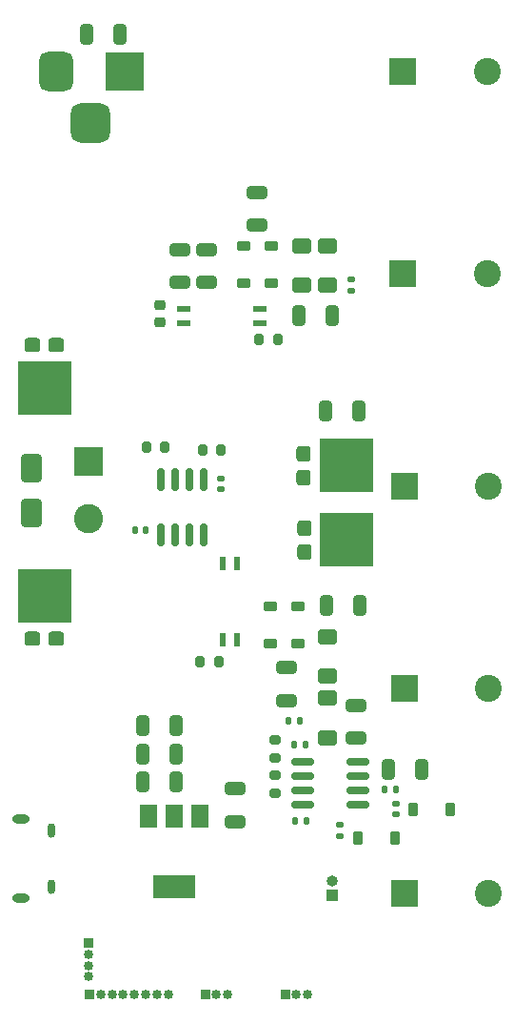
<source format=gbs>
G04 #@! TF.GenerationSoftware,KiCad,Pcbnew,8.0.5*
G04 #@! TF.CreationDate,2024-12-11T09:51:45-08:00*
G04 #@! TF.ProjectId,OpenPEMF_Final,4f70656e-5045-44d4-965f-46696e616c2e,rev?*
G04 #@! TF.SameCoordinates,Original*
G04 #@! TF.FileFunction,Soldermask,Bot*
G04 #@! TF.FilePolarity,Negative*
%FSLAX46Y46*%
G04 Gerber Fmt 4.6, Leading zero omitted, Abs format (unit mm)*
G04 Created by KiCad (PCBNEW 8.0.5) date 2024-12-11 09:51:45*
%MOMM*%
%LPD*%
G01*
G04 APERTURE LIST*
G04 Aperture macros list*
%AMRoundRect*
0 Rectangle with rounded corners*
0 $1 Rounding radius*
0 $2 $3 $4 $5 $6 $7 $8 $9 X,Y pos of 4 corners*
0 Add a 4 corners polygon primitive as box body*
4,1,4,$2,$3,$4,$5,$6,$7,$8,$9,$2,$3,0*
0 Add four circle primitives for the rounded corners*
1,1,$1+$1,$2,$3*
1,1,$1+$1,$4,$5*
1,1,$1+$1,$6,$7*
1,1,$1+$1,$8,$9*
0 Add four rect primitives between the rounded corners*
20,1,$1+$1,$2,$3,$4,$5,0*
20,1,$1+$1,$4,$5,$6,$7,0*
20,1,$1+$1,$6,$7,$8,$9,0*
20,1,$1+$1,$8,$9,$2,$3,0*%
G04 Aperture macros list end*
%ADD10R,2.400000X2.400000*%
%ADD11C,2.400000*%
%ADD12R,0.850000X0.850000*%
%ADD13O,0.850000X0.850000*%
%ADD14R,1.000000X1.000000*%
%ADD15O,1.000000X1.000000*%
%ADD16O,0.650000X1.300000*%
%ADD17O,1.550000X0.775000*%
%ADD18R,3.500000X3.500000*%
%ADD19RoundRect,0.750000X-0.750000X-1.000000X0.750000X-1.000000X0.750000X1.000000X-0.750000X1.000000X0*%
%ADD20RoundRect,0.875000X-0.875000X-0.875000X0.875000X-0.875000X0.875000X0.875000X-0.875000X0.875000X0*%
%ADD21R,2.600000X2.600000*%
%ADD22C,2.600000*%
%ADD23RoundRect,0.140000X0.140000X0.170000X-0.140000X0.170000X-0.140000X-0.170000X0.140000X-0.170000X0*%
%ADD24RoundRect,0.250000X0.650000X-0.325000X0.650000X0.325000X-0.650000X0.325000X-0.650000X-0.325000X0*%
%ADD25RoundRect,0.250000X0.325000X0.650000X-0.325000X0.650000X-0.325000X-0.650000X0.325000X-0.650000X0*%
%ADD26RoundRect,0.200000X0.200000X0.275000X-0.200000X0.275000X-0.200000X-0.275000X0.200000X-0.275000X0*%
%ADD27RoundRect,0.225000X0.250000X-0.225000X0.250000X0.225000X-0.250000X0.225000X-0.250000X-0.225000X0*%
%ADD28RoundRect,0.250000X-0.325000X-0.650000X0.325000X-0.650000X0.325000X0.650000X-0.325000X0.650000X0*%
%ADD29RoundRect,0.225000X0.225000X0.375000X-0.225000X0.375000X-0.225000X-0.375000X0.225000X-0.375000X0*%
%ADD30RoundRect,0.250000X-0.650000X0.325000X-0.650000X-0.325000X0.650000X-0.325000X0.650000X0.325000X0*%
%ADD31RoundRect,0.317500X-0.317500X0.382500X-0.317500X-0.382500X0.317500X-0.382500X0.317500X0.382500X0*%
%ADD32R,4.720000X4.800000*%
%ADD33RoundRect,0.250000X-0.600000X0.400000X-0.600000X-0.400000X0.600000X-0.400000X0.600000X0.400000X0*%
%ADD34RoundRect,0.135000X-0.185000X0.135000X-0.185000X-0.135000X0.185000X-0.135000X0.185000X0.135000X0*%
%ADD35RoundRect,0.317500X0.382500X0.317500X-0.382500X0.317500X-0.382500X-0.317500X0.382500X-0.317500X0*%
%ADD36R,4.800000X4.720000*%
%ADD37RoundRect,0.250000X0.600000X-0.400000X0.600000X0.400000X-0.600000X0.400000X-0.600000X-0.400000X0*%
%ADD38RoundRect,0.225000X-0.375000X0.225000X-0.375000X-0.225000X0.375000X-0.225000X0.375000X0.225000X0*%
%ADD39RoundRect,0.140000X0.170000X-0.140000X0.170000X0.140000X-0.170000X0.140000X-0.170000X-0.140000X0*%
%ADD40RoundRect,0.140000X-0.170000X0.140000X-0.170000X-0.140000X0.170000X-0.140000X0.170000X0.140000X0*%
%ADD41RoundRect,0.200000X-0.200000X-0.275000X0.200000X-0.275000X0.200000X0.275000X-0.200000X0.275000X0*%
%ADD42R,1.219200X0.558800*%
%ADD43R,0.558800X1.219200*%
%ADD44RoundRect,0.150000X0.825000X0.150000X-0.825000X0.150000X-0.825000X-0.150000X0.825000X-0.150000X0*%
%ADD45RoundRect,0.150000X-0.150000X0.825000X-0.150000X-0.825000X0.150000X-0.825000X0.150000X0.825000X0*%
%ADD46RoundRect,0.225000X0.375000X-0.225000X0.375000X0.225000X-0.375000X0.225000X-0.375000X-0.225000X0*%
%ADD47R,1.500000X2.000000*%
%ADD48R,3.800000X2.000000*%
%ADD49RoundRect,0.135000X-0.135000X-0.185000X0.135000X-0.185000X0.135000X0.185000X-0.135000X0.185000X0*%
%ADD50RoundRect,0.317500X-0.382500X-0.317500X0.382500X-0.317500X0.382500X0.317500X-0.382500X0.317500X0*%
%ADD51RoundRect,0.135000X0.135000X0.185000X-0.135000X0.185000X-0.135000X-0.185000X0.135000X-0.185000X0*%
%ADD52RoundRect,0.250000X0.650000X-1.000000X0.650000X1.000000X-0.650000X1.000000X-0.650000X-1.000000X0*%
%ADD53RoundRect,0.200000X0.275000X-0.200000X0.275000X0.200000X-0.275000X0.200000X-0.275000X-0.200000X0*%
G04 APERTURE END LIST*
D10*
X139487246Y-79550000D03*
D11*
X146987246Y-79550000D03*
D12*
X121885000Y-143565000D03*
D13*
X122885000Y-143565000D03*
X123885000Y-143565000D03*
D12*
X111600000Y-143600000D03*
D13*
X112600000Y-143600000D03*
X113600000Y-143600000D03*
X114600000Y-143600000D03*
X115600000Y-143600000D03*
X116600000Y-143600000D03*
X117600000Y-143600000D03*
X118600000Y-143600000D03*
D12*
X111500000Y-139000000D03*
D13*
X111500000Y-140000000D03*
X111500000Y-141000000D03*
X111500000Y-142000000D03*
D10*
X139587246Y-116400000D03*
D11*
X147087246Y-116400000D03*
D10*
X139487246Y-61600000D03*
D11*
X146987246Y-61600000D03*
D14*
X133200000Y-134750000D03*
D15*
X133200000Y-133480000D03*
D16*
X108203700Y-129000400D03*
X108203700Y-134000400D03*
D17*
X105503700Y-128000400D03*
X105503700Y-135000400D03*
D18*
X114700000Y-61600000D03*
D19*
X108600000Y-61600000D03*
D20*
X111700000Y-66200000D03*
D10*
X139587246Y-98400000D03*
D11*
X147087246Y-98400000D03*
D10*
X139587246Y-134600000D03*
D11*
X147087246Y-134600000D03*
D21*
X111495000Y-96255000D03*
D22*
X111495000Y-101335000D03*
D12*
X129000000Y-143600000D03*
D13*
X130000000Y-143600000D03*
X131000000Y-143600000D03*
D23*
X116580000Y-102300000D03*
X115620000Y-102300000D03*
D24*
X119600000Y-80350000D03*
X119600000Y-77400000D03*
D25*
X114275000Y-58300000D03*
X111325000Y-58300000D03*
D26*
X123075000Y-114000000D03*
X121425000Y-114000000D03*
D27*
X117900000Y-83875000D03*
X117900000Y-82325000D03*
D28*
X138175000Y-123600000D03*
X141125000Y-123600000D03*
D29*
X143650000Y-127150000D03*
X140350000Y-127150000D03*
D30*
X135300000Y-117875000D03*
X135300000Y-120825000D03*
D31*
X130695000Y-102160000D03*
X130695000Y-104240000D03*
D32*
X134500000Y-103200000D03*
D33*
X132750000Y-117250000D03*
X132750000Y-120750000D03*
D34*
X134850000Y-80090000D03*
X134850000Y-81110000D03*
D35*
X108640000Y-85895000D03*
X106560000Y-85895000D03*
D36*
X107600000Y-89700000D03*
D37*
X130450000Y-80600000D03*
X130450000Y-77100000D03*
D38*
X130100000Y-109075000D03*
X130100000Y-112375000D03*
D33*
X132750000Y-111800000D03*
X132750000Y-115300000D03*
D39*
X133900000Y-129480000D03*
X133900000Y-128520000D03*
D40*
X123250000Y-97770000D03*
X123250000Y-98730000D03*
D41*
X116675000Y-95000000D03*
X118325000Y-95000000D03*
D25*
X135575000Y-91750000D03*
X132625000Y-91750000D03*
D38*
X127750000Y-77100000D03*
X127750000Y-80400000D03*
D42*
X126740900Y-82665000D03*
X126740900Y-83935000D03*
X119959100Y-83935000D03*
X119959100Y-82665000D03*
D23*
X130880000Y-128150000D03*
X129920000Y-128150000D03*
D33*
X132800000Y-77100000D03*
X132800000Y-80600000D03*
D43*
X124735000Y-112090900D03*
X123465000Y-112090900D03*
X123465000Y-105309100D03*
X124735000Y-105309100D03*
D44*
X135475000Y-122895000D03*
X135475000Y-124165000D03*
X135475000Y-125435000D03*
X135475000Y-126705000D03*
X130525000Y-126705000D03*
X130525000Y-125435000D03*
X130525000Y-124165000D03*
X130525000Y-122895000D03*
D24*
X122000000Y-80350000D03*
X122000000Y-77400000D03*
D45*
X117945000Y-97825000D03*
X119215000Y-97825000D03*
X120485000Y-97825000D03*
X121755000Y-97825000D03*
X121755000Y-102775000D03*
X120485000Y-102775000D03*
X119215000Y-102775000D03*
X117945000Y-102775000D03*
D46*
X125300000Y-80400000D03*
X125300000Y-77100000D03*
D26*
X128325000Y-85400000D03*
X126675000Y-85400000D03*
D25*
X119275000Y-122200000D03*
X116325000Y-122200000D03*
D29*
X138750000Y-129650000D03*
X135450000Y-129650000D03*
D47*
X116850000Y-127725000D03*
X119150000Y-127725000D03*
D48*
X119150000Y-134025000D03*
D47*
X121450000Y-127725000D03*
D41*
X121650000Y-95250000D03*
X123300000Y-95250000D03*
D49*
X137830000Y-125400000D03*
X138850000Y-125400000D03*
D25*
X119275000Y-119700000D03*
X116325000Y-119700000D03*
X119275000Y-124700000D03*
X116325000Y-124700000D03*
D50*
X106560000Y-112005000D03*
X108640000Y-112005000D03*
D36*
X107600000Y-108200000D03*
D23*
X130780000Y-121400000D03*
X129820000Y-121400000D03*
D51*
X130310000Y-119300000D03*
X129290000Y-119300000D03*
D52*
X106400000Y-100800000D03*
X106400000Y-96800000D03*
D24*
X129100000Y-117450000D03*
X129100000Y-114500000D03*
D30*
X126500000Y-72325000D03*
X126500000Y-75275000D03*
D25*
X133175000Y-83250000D03*
X130225000Y-83250000D03*
D53*
X128150000Y-125725000D03*
X128150000Y-124075000D03*
D24*
X124550000Y-128225000D03*
X124550000Y-125275000D03*
D46*
X127650000Y-112384800D03*
X127650000Y-109084800D03*
D53*
X128150000Y-122575000D03*
X128150000Y-120925000D03*
D31*
X130635000Y-95560000D03*
X130635000Y-97640000D03*
D32*
X134440000Y-96600000D03*
D25*
X135625000Y-109050000D03*
X132675000Y-109050000D03*
D40*
X138850000Y-126620000D03*
X138850000Y-127580000D03*
M02*

</source>
